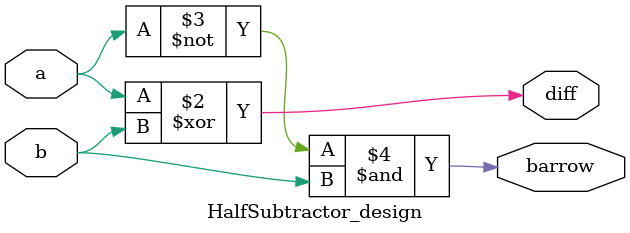
<source format=v>
`timescale 1ns / 1ps

module HalfSubtractor_design(
    input a,b,
    output reg diff,barrow
    );
    // Behavioral model
    always @(*)begin
    diff = a^b;
    barrow = ~a & b;
    
// Dataflow Model (reg not required)
//    assign diff = a^b;
//    assign barrow = ~a & b;

// Gatelevel Model (reg not required)
//    not (not_a,a);
//    xor (diff,a,b);
//    and (barrow,not_a,b);
    end
endmodule

</source>
